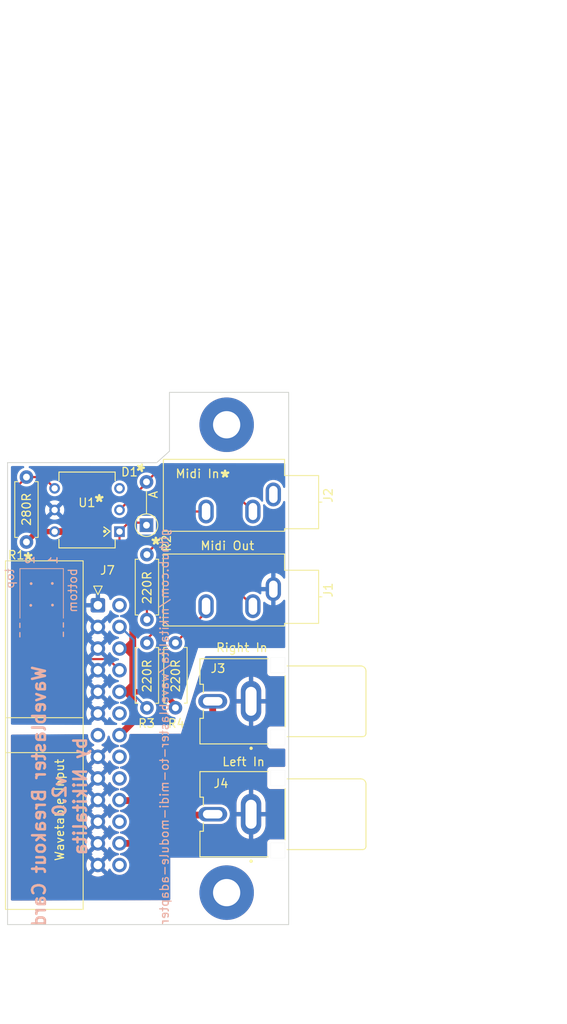
<source format=kicad_pcb>
(kicad_pcb (version 20211014) (generator pcbnew)
  (layers (0 "F.Cu" signal) (31 "B.Cu" signal) (36 "B.SilkS" user "B.Silkscreen") (37 "F.SilkS" user "F.Silkscreen") (38 "B.Mask" user) (39 "F.Mask" user) (44 "Edge.Cuts" user))
  (net 0 "")
  (net 1 "+5V")
  (net 2 "-12V")
  (net 3 "+12V")
  (net 4 "~{RESET}")
  (net 5 "WT_RX")
  (net 6 "WT_TX")
  (net 7 "Net-(J1-PadR)")
  (net 8 "Net-(J1-PadT)")
  (net 9 "GNDA")
  (net 10 "Net-(D1-Pad1)")
  (net 12 "WT_AUDIO_L_IN")
  (net 13 "WT_AUDIO_L_OUT")
  (net 14 "WT_AUDIO_R_OUT")
  (net 15 "WT_AUDIO_R_IN")
  (net 16 "Net-(D1-Pad2)")
  (net 18 "GND")
  (net 19 "Net-(J2-PadR)")
  (footprint "Library:IDC-Header_2x13_P2.54mm_Horizontal-reversed" (layer "F.Cu") (at 167.59 80.08)
    (fp_text reference "J7" (at 1.13 -4.1) (layer "F.SilkS"))
    (fp_text value "Wavetable Input" (at -4.49 24.02 90) (layer "F.SilkS"))
    (fp_line (start 0.01 -1.25) (end -0.49 -2.25) (layer "F.SilkS") (width 0.12))
    (fp_line (start -1.73 35.69) (end -1.73 -5.21) (layer "F.SilkS") (width 0.12))
    (fp_line (start -10.85 35.69) (end -1.73 35.69) (layer "F.SilkS") (width 0.12))
    (fp_line (start 0.51 -2.25) (end 0.01 -1.25) (layer "F.SilkS") (width 0.12))
    (fp_line (start -1.73 -5.21) (end -10.85 -5.21) (layer "F.SilkS") (width 0.12))
    (fp_line (start -1.73 17.29) (end -10.85 17.29) (layer "F.SilkS") (width 0.12))
    (fp_line (start -1.73 13.19) (end -10.85 13.19) (layer "F.SilkS") (width 0.12))
    (fp_line (start -10.85 -5.21) (end -10.85 35.69) (layer "F.SilkS") (width 0.12))
    (fp_line (start -0.49 -2.25) (end 0.51 -2.25) (layer "F.SilkS") (width 0.12))
    (pad "1" thru_hole roundrect (at 0 0) (size 1.7 1.7) (drill 1) (layers *.Cu *.Mask) (roundrect_rratio 0.1470588235) (net 18 "GND"))
    (pad "2" thru_hole circle (at 2.54 0) (size 1.7 1.7) (drill 1) (layers *.Cu *.Mask))
    (pad "3" thru_hole circle (at 0 2.54) (size 1.7 1.7) (drill 1) (layers *.Cu *.Mask) (net 18 "GND"))
    (pad "4" thru_hole circle (at 2.54 2.54) (size 1.7 1.7) (drill 1) (layers *.Cu *.Mask) (net 6 "WT_TX"))
    (pad "5" thru_hole circle (at 0 5.08) (size 1.7 1.7) (drill 1) (layers *.Cu *.Mask) (net 18 "GND"))
    (pad "6" thru_hole circle (at 2.54 5.08) (size 1.7 1.7) (drill 1) (layers *.Cu *.Mask) (net 1 "+5V"))
    (pad "7" thru_hole circle (at 0 7.62) (size 1.7 1.7) (drill 1) (layers *.Cu *.Mask) (net 18 "GND"))
    (pad "8" thru_hole circle (at 2.54 7.62) (size 1.7 1.7) (drill 1) (layers *.Cu *.Mask) (net 5 "WT_RX"))
    (pad "9" thru_hole circle (at 0 10.16) (size 1.7 1.7) (drill 1) (layers *.Cu *.Mask) (net 18 "GND"))
    (pad "10" thru_hole circle (at 2.54 10.16) (size 1.7 1.7) (drill 1) (layers *.Cu *.Mask) (net 1 "+5V"))
    (pad "11" thru_hole circle (at 0 12.7) (size 1.7 1.7) (drill 1) (layers *.Cu *.Mask) (net 18 "GND"))
    (pad "12" thru_hole circle (at 2.54 12.7) (size 1.7 1.7) (drill 1) (layers *.Cu *.Mask) (net 15 "WT_AUDIO_R_IN"))
    (pad "13" thru_hole circle (at 0 15.24) (size 1.7 1.7) (drill 1) (layers *.Cu *.Mask))
    (pad "14" thru_hole circle (at 2.54 15.24) (size 1.7 1.7) (drill 1) (layers *.Cu *.Mask) (net 1 "+5V"))
    (pad "15" thru_hole circle (at 0 17.78) (size 1.7 1.7) (drill 1) (layers *.Cu *.Mask) (net 9 "GNDA"))
    (pad "16" thru_hole circle (at 2.54 17.78) (size 1.7 1.7) (drill 1) (layers *.Cu *.Mask) (net 12 "WT_AUDIO_L_IN"))
    (pad "17" thru_hole circle (at 0 20.32) (size 1.7 1.7) (drill 1) (layers *.Cu *.Mask) (net 9 "GNDA"))
    (pad "18" thru_hole circle (at 2.54 20.32) (size 1.7 1.7) (drill 1) (layers *.Cu *.Mask) (net 3 "+12V"))
    (pad "19" thru_hole circle (at 0 22.86) (size 1.7 1.7) (drill 1) (layers *.Cu *.Mask) (net 9 "GNDA"))
    (pad "20" thru_hole circle (at 2.54 22.86) (size 1.7 1.7) (drill 1) (layers *.Cu *.Mask) (net 14 "WT_AUDIO_R_OUT"))
    (pad "21" thru_hole circle (at 0 25.4) (size 1.7 1.7) (drill 1) (layers *.Cu *.Mask) (net 9 "GNDA"))
    (pad "22" thru_hole circle (at 2.54 25.4) (size 1.7 1.7) (drill 1) (layers *.Cu *.Mask) (net 2 "-12V"))
    (pad "23" thru_hole circle (at 0 27.94) (size 1.7 1.7) (drill 1) (layers *.Cu *.Mask) (net 9 "GNDA"))
    (pad "24" thru_hole circle (at 2.54 27.94) (size 1.7 1.7) (drill 1) (layers *.Cu *.Mask) (net 13 "WT_AUDIO_L_OUT"))
    (pad "25" thru_hole circle (at 0 30.48) (size 1.7 1.7) (drill 1) (layers *.Cu *.Mask) (net 9 "GNDA"))
    (pad "26" thru_hole circle (at 2.54 30.48) (size 1.7 1.7) (drill 1) (layers *.Cu *.Mask) (net 4 "~{RESET}"))
  )
  (footprint "Library:bracket footprint" (layer "F.Cu") (at 182.716 58.9)
    (fp_text reference "H1" hide)
    (fp_text value "Bracket_Mount")
    (pad "1" thru_hole circle (at 0 0) (size 6.4 6.4) (drill 3.2) (layers *.Cu *.Mask))
    (pad "2" thru_hole circle (at 0 54.9) (size 6.4 6.4) (drill 3.2) (layers *.Cu *.Mask))
  )
  (footprint "Library:Jack_3.5mm_CUI_SJ1-3533NG_Horizontal" (layer "F.Cu") (at 188.2 78.19 -90)
    (fp_text reference "J1" (at 0.1 -6.45 90) (layer "F.SilkS"))
    (fp_text value "Midi Out" (at -5.09 5.4) (layer "F.SilkS"))
    (fp_line (start 4.02 -1.32) (end 4.32 -1.32) (layer "F.SilkS") (width 0.12))
    (fp_line (start -4.12 -1.32) (end -2.22 -1.32) (layer "F.SilkS") (width 0.12))
    (fp_line (start -4.12 12.92) (end -4.12 -1.32) (layer "F.SilkS") (width 0.12))
    (fp_line (start 4.32 12.92) (end -4.12 12.92) (layer "F.SilkS") (width 0.12))
    (fp_line (start -2.22 -1.32) (end -2.22 -5.32) (layer "F.SilkS") (width 0.12))
    (fp_line (start 0.9 -5.32) (end 0.9 -5.7) (layer "F.SilkS") (width 0.12))
    (fp_line (start 4.32 -1.32) (end 4.32 12.92) (layer "F.SilkS") (width 0.12))
    (fp_line (start -2.22 -5.32) (end 4.02 -5.32) (layer "F.SilkS") (width 0.12))
    (fp_line (start 4.02 -5.32) (end 4.02 -1.32) (layer "F.SilkS") (width 0.12))
    (pad "R" thru_hole oval (at 2 7.9 270) (size 2.8 1.8) (drill oval 2 1) (layers *.Cu *.Mask) (net 7 "Net-(J1-PadR)"))
    (pad "S" thru_hole oval (at 0 0 270) (size 2.8 1.8) (drill oval 2 1) (layers *.Cu *.Mask) (net 18 "GND"))
    (pad "T" thru_hole oval (at 2 2.4 270) (size 2.8 1.8) (drill oval 2 1) (layers *.Cu *.Mask) (net 8 "Net-(J1-PadT)"))
  )
  (footprint "Resistor_THT:R_Axial_DIN0207_L6.3mm_D2.5mm_P7.62mm_Horizontal" (layer "F.Cu") (at 176.7 92.11 90)
    (fp_text reference "R4" (at -1.84 0.1 180) (layer "F.SilkS"))
    (fp_text value "220R" (at 3.74 0.02 90) (layer "F.SilkS"))
    (fp_line (start 0.54 1.04) (end 0.54 1.37) (layer "F.SilkS") (width 0.12))
    (fp_line (start 7.08 1.37) (end 7.08 1.04) (layer "F.SilkS") (width 0.12))
    (fp_line (start 0.54 1.37) (end 7.08 1.37) (layer "F.SilkS") (width 0.12))
    (fp_line (start 0.54 -1.04) (end 0.54 -1.37) (layer "F.SilkS") (width 0.12))
    (fp_line (start 7.08 -1.37) (end 7.08 -1.04) (layer "F.SilkS") (width 0.12))
    (fp_line (start 0.54 -1.37) (end 7.08 -1.37) (layer "F.SilkS") (width 0.12))
    (pad "1" thru_hole circle (at 0 0 90) (size 1.6 1.6) (drill 0.8) (layers *.Cu *.Mask) (net 1 "+5V"))
    (pad "2" thru_hole oval (at 7.62 0 90) (size 1.6 1.6) (drill 0.8) (layers *.Cu *.Mask) (net 7 "Net-(J1-PadR)"))
  )
  (footprint "Library:H11L1M-DIP8" (layer "F.Cu") (at 166.4 68.9 90)
    (fp_text reference "U1" (at 0.85 -0.1) (layer "F.SilkS"))
    (fp_text value "H11L1" hide)
    (fp_line (start -4.45 -3.38) (end -3.45 -3.38) (layer "F.SilkS") (width 0.127))
    (fp_line (start 4.45 3.22) (end 4.45 -3.38) (layer "F.SilkS") (width 0.127))
    (fp_line (start 4.45 -3.38) (end 3.45 -3.38) (layer "F.SilkS") (width 0.127))
    (fp_line (start -3.1 1.9) (end -2.5 2.6) (layer "F.SilkS") (width 0.15))
    (fp_line (start -3.45 3.22) (end -4.45 3.22) (layer "F.SilkS") (width 0.127))
    (fp_line (start -2.5 2.6) (end -2 1.9) (layer "F.SilkS") (width 0.15))
    (fp_line (start 3.45 3.22) (end 4.45 3.22) (layer "F.SilkS") (width 0.127))
    (fp_line (start -4.45 3.22) (end -4.45 -3.38) (layer "F.SilkS") (width 0.127))
    (fp_circle (center -2.51 1.99) (end -2.51 1.89) (layer "F.SilkS") (width 0.2) (fill none))
    (pad "1" thru_hole rect (at -2.54 3.73 180) (size 1.248 1.248) (drill 0.74) (layers *.Cu *.Mask) (net 10 "Net-(D1-Pad1)"))
    (pad "2" thru_hole circle (at 0 3.73 180) (size 1.248 1.248) (drill 0.74) (layers *.Cu *.Mask) (net 16 "Net-(D1-Pad2)"))
    (pad "3" thru_hole circle (at 2.54 3.73 180) (size 1.248 1.248) (drill 0.74) (layers *.Cu *.Mask))
    (pad "4" thru_hole circle (at 2.54 -3.89 180) (size 1.248 1.248) (drill 0.74) (layers *.Cu *.Mask) (net 5 "WT_RX"))
    (pad "5" thru_hole circle (at 0 -3.89 180) (size 1.248 1.248) (drill 0.74) (layers *.Cu *.Mask) (net 18 "GND"))
    (pad "6" thru_hole circle (at -2.54 -3.89 180) (size 1.248 1.248) (drill 0.74) (layers *.Cu *.Mask) (net 1 "+5V"))
  )
  (footprint "Library:CUI_RCJ-04X" (layer "F.Cu") (at 189.58 91.35)
    (fp_text reference "J3" (at -7.88 -3.85) (layer "F.SilkS") (effects (font (size 1.006465 1.006465))))
    (fp_text value "Right In" (at -5.08 -6.3 180) (layer "F.SilkS") (effects (font (size 1.004417 1.004417))))
    (fp_line (start 9.5 -3.54) (end 9.5 3.76) (layer "F.SilkS") (width 0.127))
    (fp_line (start 9.11 4.15) (end 0.25 4.15) (layer "F.SilkS") (width 0.127))
    (fp_line (start -10 5) (end -10 2) (layer "F.SilkS") (width 0.127))
    (fp_line (start -10 -5) (end -2 -5) (layer "F.SilkS") (width 0.127))
    (fp_line (start -9.6 2) (end -9.6 1) (layer "F.SilkS") (width 0.127))
    (fp_line (start -10 5) (end -2 5) (layer "F.SilkS") (width 0.127))
    (fp_line (start -9.6 -2) (end -10 -2) (layer "F.SilkS") (width 0.127))
    (fp_line (start -10 -2) (end -10 -5) (layer "F.SilkS") (width 0.127))
    (fp_line (start 0.25 -4.15) (end 8.89 -4.15) (layer "F.SilkS") (width 0.127))
    (fp_line (start 0 3) (end 0 -3) (layer "F.SilkS") (width 0.127))
    (fp_line (start -10 2) (end -9.6 2) (layer "F.SilkS") (width 0.127))
    (fp_line (start -9.6 -1) (end -9.6 -2) (layer "F.SilkS") (width 0.127))
    (fp_arc (start 8.89 -4.15) (mid 9.321335 -3.971335) (end 9.5 -3.54) (layer "F.SilkS") (width 0.127))
    (fp_arc (start 9.5 3.76) (mid 9.385772 4.035772) (end 9.11 4.15) (layer "F.SilkS") (width 0.127))
    (fp_circle (center -3.99 5.513) (end -3.89 5.513) (layer "F.SilkS") (width 0.2) (fill none))
    (fp_line (start 0 -3.35) (end 0 -5.15) (layer "Edge.Cuts") (width 0.01))
    (fp_line (start 0 5.15) (end 0 3.35) (layer "Edge.Cuts") (width 0.01))
    (fp_line (start 0 -5.15) (end -1.7 -5.15) (layer "Edge.Cuts") (width 0.01))
    (fp_line (start -1.7 -5.15) (end -1.7 -3.35) (layer "Edge.Cuts") (width 0.01))
    (fp_line (start 0 3.35) (end -1.7 3.35) (layer "Edge.Cuts") (width 0.01))
    (fp_line (start -1.7 3.35) (end -1.7 5.15) (layer "Edge.Cuts") (width 0.01))
    (fp_line (start -1.7 -3.35) (end 0 -3.35) (layer "Edge.Cuts") (width 0.01))
    (fp_line (start -1.7 5.15) (end 0 5.15) (layer "Edge.Cuts") (width 0.01))
    (pad "1" thru_hole oval (at -4 0) (size 2.4 4.8) (drill oval 1.3 3.4) (layers *.Cu *.Mask) (net 9 "GNDA"))
    (pad "2" thru_hole oval (at -8.5 0) (size 3.4 1.7) (drill oval 2.3 1) (layers *.Cu *.Mask) (net 14 "WT_AUDIO_R_OUT"))
  )
  (footprint "Resistor_THT:R_Axial_DIN0207_L6.3mm_D2.5mm_P7.62mm_Horizontal" (layer "F.Cu") (at 173.35 92.12 90)
    (fp_text reference "R3" (at -1.82 -0.04) (layer "F.SilkS"))
    (fp_text value "220R" (at 3.74 0.02 90) (layer "F.SilkS"))
    (fp_line (start 0.54 1.04) (end 0.54 1.37) (layer "F.SilkS") (width 0.12))
    (fp_line (start 7.08 1.37) (end 7.08 1.04) (layer "F.SilkS") (width 0.12))
    (fp_line (start 0.54 -1.04) (end 0.54 -1.37) (layer "F.SilkS") (width 0.12))
    (fp_line (start 0.54 -1.37) (end 7.08 -1.37) (layer "F.SilkS") (width 0.12))
    (fp_line (start 0.54 1.37) (end 7.08 1.37) (layer "F.SilkS") (width 0.12))
    (fp_line (start 7.08 -1.37) (end 7.08 -1.04) (layer "F.SilkS") (width 0.12))
    (pad "1" thru_hole circle (at 0 0 90) (size 1.6 1.6) (drill 0.8) (layers *.Cu *.Mask) (net 6 "WT_TX"))
    (pad "2" thru_hole oval (at 7.62 0 90) (size 1.6 1.6) (drill 0.8) (layers *.Cu *.Mask) (net 8 "Net-(J1-PadT)"))
  )
  (footprint "Diode_THT:D_DO-35_SOD27_P5.08mm_Vertical_AnodeUp" (layer "F.Cu") (at 173.3 70.684315 90)
    (fp_text reference "D1" (at 6.234315 -2 180) (layer "F.SilkS"))
    (fp_text value "1N4148")
    (fp_text user "A" (at 3.58 0.8 90) (layer "F.SilkS"))
    (fp_line (start 1.326371 0) (end 3.98 0) (layer "F.SilkS") (width 0.12))
    (fp_circle (center 0 0) (end 1.326371 0) (layer "F.SilkS") (width 0.12) (fill none))
    (pad "1" thru_hole rect (at 0 0 90) (size 1.6 1.6) (drill 0.8) (layers *.Cu *.Mask) (net 10 "Net-(D1-Pad1)"))
    (pad "2" thru_hole oval (at 5.08 0 90) (size 1.6 1.6) (drill 0.8) (layers *.Cu *.Mask) (net 16 "Net-(D1-Pad2)"))
  )
  (footprint "Library:Jack_3.5mm_CUI_SJ1-3533NG_Horizontal" (layer "F.Cu") (at 188.2 67.08 -90)
    (fp_text reference "J2" (at 0.1 -6.45 90) (layer "F.SilkS"))
    (fp_text value "Midi In" (at -2.43 8.9) (layer "F.SilkS"))
    (fp_line (start 4.32 -1.32) (end 4.32 12.92) (layer "F.SilkS") (width 0.12))
    (fp_line (start -2.22 -1.32) (end -2.22 -5.32) (layer "F.SilkS") (width 0.12))
    (fp_line (start 4.02 -5.32) (end 4.02 -1.32) (layer "F.SilkS") (width 0.12))
    (fp_line (start 0.9 -5.32) (end 0.9 -5.7) (layer "F.SilkS") (width 0.12))
    (fp_line (start 4.32 12.92) (end -4.12 12.92) (layer "F.SilkS") (width 0.12))
    (fp_line (start 4.02 -1.32) (end 4.32 -1.32) (layer "F.SilkS") (width 0.12))
    (fp_line (start -4.12 -1.32) (end -2.22 -1.32) (layer "F.SilkS") (width 0.12))
    (fp_line (start -2.22 -5.32) (end 4.02 -5.32) (layer "F.SilkS") (width 0.12))
    (fp_line (start -4.12 12.92) (end -4.12 -1.32) (layer "F.SilkS") (width 0.12))
    (pad "R" thru_hole oval (at 2 7.9 270) (size 2.8 1.8) (drill oval 2 1) (layers *.Cu *.Mask) (net 19 "Net-(J2-PadR)"))
    (pad "S" thru_hole oval (at 0 0 270) (size 2.8 1.8) (drill oval 2 1) (layers *.Cu *.Mask))
    (pad "T" thru_hole oval (at 2 2.4 270) (size 2.8 1.8) (drill oval 2 1) (layers *.Cu *.Mask) (net 16 "Net-(D1-Pad2)"))
  )
  (footprint "Library:CUI_RCJ-043" (layer "F.Cu") (at 189.58 104.6)
    (fp_text reference "J4" (at -7.53 -3.6) (layer "F.SilkS") (effects (font (size 1.006465 1.006465))))
    (fp_text value "Left In" (at -4.88 -6.15 180) (layer "F.SilkS") (effects (font (size 1.004417 1.004417))))
    (fp_line (start 9.5 -3.54) (end 9.5 3.76) (layer "F.SilkS") (width 0.127))
    (fp_line (start -10 5) (end -10 2) (layer "F.SilkS") (width 0.127))
    (fp_line (start -10 -2) (end -10 -5) (layer "F.SilkS") (width 0.127))
    (fp_line (start -9.6 -1) (end -9.6 -2) (layer "F.SilkS") (width 0.127))
    (fp_line (start -9.6 -2) (end -10 -2) (layer "F.SilkS") (width 0.127))
    (fp_line (start 9.11 4.15) (end 0.25 4.15) (layer "F.SilkS") (width 0.127))
    (fp_line (start 0.25 -4.15) (end 8.89 -4.15) (layer "F.SilkS") (width 0.127))
    (fp_line (start -10 2) (end -9.6 2) (layer "F.SilkS") (width 0.127))
    (fp_line (start 0 3) (end 0 -3) (layer "F.SilkS") (width 0.127))
    (fp_line (start -10 5) (end -2 5) (layer "F.SilkS") (width 0.127))
    (fp_line (start -9.6 2) (end -9.6 1) (layer "F.SilkS") (width 0.127))
    (fp_line (start -10 -5) (end -2 -5) (layer "F.SilkS") (width 0.127))
    (fp_arc (start 8.89 -4.15) (mid 9.321335 -3.971335) (end 9.5 -3.54) (layer "F.SilkS") (width 0.127))
    (fp_arc (start 9.5 3.76) (mid 9.385772 4.035772) (end 9.11 4.15) (layer "F.SilkS") (width 0.127))
    (fp_circle (center -3.99 5.513) (end -3.89 5.513) (layer "F.SilkS") (width 0.2) (fill none))
    (fp_line (start 0 -5.15) (end -1.7 -5.15) (layer "Edge.Cuts") (width 0.01))
    (fp_line (start -1.7 -3.35) (end 0 -3.35) (layer "Edge.Cuts") (width 0.01))
    (fp_line (start -1.7 -5.15) (end -1.7 -3.35) (layer "Edge.Cuts") (width 0.01))
    (fp_line (start -1.7 3.35) (end -1.7 5.15) (layer "Edge.Cuts") (width 0.01))
    (fp_line (start 0 3.35) (end -1.7 3.35) (layer "Edge.Cuts") (width 0.01))
    (fp_line (start 0 -3.35) (end 0 -5.15) (layer "Edge.Cuts") (width 0.01))
    (fp_line (start -1.7 5.15) (end 0 5.15) (layer "Edge.Cuts") (width 0.01))
    (fp_line (start 0 5.15) (end 0 3.35) (layer "Edge.Cuts") (width 0.01))
    (pad "1" thru_hole oval (at -4 0) (size 2.4 4.8) (drill oval 1.3 3.4) (layers *.Cu *.Mask) (net 9 "GNDA"))
    (pad "2" thru_hole oval (at -8.5 0) (size 3.4 1.7) (drill oval 2.3 1) (layers *.Cu *.Mask) (net 13 "WT_AUDIO_L_OUT"))
  )
  (footprint "Resistor_THT:R_Axial_DIN0207_L6.3mm_D2.5mm_P7.62mm_Horizontal" (layer "F.Cu") (at 173.35 81.76 90)
    (fp_text reference "R2" (at 8.96 2.3 90) (layer "F.SilkS"))
    (fp_text value "220R" (at 3.74 0.02 90) (layer "F.SilkS"))
    (fp_line (start 0.54 -1.37) (end 7.08 -1.37) (layer "F.SilkS") (width 0.12))
    (fp_line (start 0.54 1.04) (end 0.54 1.37) (layer "F.SilkS") (width 0.12))
    (fp_line (start 0.54 1.37) (end 7.08 1.37) (layer "F.SilkS") (width 0.12))
    (fp_line (start 7.08 -1.37) (end 7.08 -1.04) (layer "F.SilkS") (width 0.12))
    (fp_line (start 0.54 -1.04) (end 0.54 -1.37) (layer "F.SilkS") (width 0.12))
    (fp_line (start 7.08 1.37) (end 7.08 1.04) (layer "F.SilkS") (width 0.12))
    (pad "1" thru_hole circle (at 0 0 90) (size 1.6 1.6) (drill 0.8) (layers *.Cu *.Mask) (net 10 "Net-(D1-Pad1)"))
    (pad "2" thru_hole oval (at 7.62 0 90) (size 1.6 1.6) (drill 0.8) (layers *.Cu *.Mask) (net 19 "Net-(J2-PadR)"))
  )
  (footprint "Resistor_THT:R_Axial_DIN0207_L6.3mm_D2.5mm_P7.62mm_Horizontal" (layer "F.Cu") (at 159.2 72.66 90)
    (fp_text reference "R1" (at -1.54 -1.2) (layer "F.SilkS"))
    (fp_text value "280R" (at 3.83 0.01 90) (layer "F.SilkS"))
    (fp_line (start 7.08 -1.37) (end 7.08 -1.04) (layer "F.SilkS") (width 0.12))
    (fp_line (start 0.54 1.37) (end 7.08 1.37) (layer "F.SilkS") (width 0.12))
    (fp_line (start 0.54 1.04) (end 0.54 1.37) (layer "F.SilkS") (width 0.12))
    (fp_line (start 7.08 1.37) (end 7.08 1.04) (layer "F.SilkS") (width 0.12))
    (fp_line (start 0.54 -1.04) (end 0.54 -1.37) (layer "F.SilkS") (width 0.12))
    (fp_line (start 0.54 -1.37) (end 7.08 -1.37) (layer "F.SilkS") (width 0.12))
    (pad "1" thru_hole circle (at 0 0 90) (size 1.6 1.6) (drill 0.8) (layers *.Cu *.Mask) (net 1 "+5V"))
    (pad "2" thru_hole oval (at 7.62 0 90) (size 1.6 1.6) (drill 0.8) (layers *.Cu *.Mask) (net 5 "WT_RX"))
  )
  (gr_circle (center 159.71 80.09) (end 159.62 80.09) (layer "B.SilkS") (width 0.15) (fill none))
  (gr_circle (center 162.24 77.52) (end 162.15 77.52) (layer "B.SilkS") (width 0.15) (fill none))
  (gr_line (start 163.54 83.24) (end 163.54 83.74) (layer "B.SilkS") (width 0.15))
  (gr_circle (center 159.75 77.54) (end 159.66 77.54) (layer "B.SilkS") (width 0.15) (fill none))
  (gr_circle (center 162.26 80.06) (end 162.17 80.06) (layer "B.SilkS") (width 0.15) (fill none))
  (gr_line (start 158.44 75.78) (end 158.44 81.59) (layer "B.SilkS") (width 0.1))
  (gr_line (start 163.54 81.59) (end 163.54 75.78) (layer "B.SilkS") (width 0.1))
  (gr_line (start 158.43 82.19) (end 158.43 82.69) (layer "B.SilkS") (width 0.15))
  (gr_line (start 163.54 82.14) (end 163.54 82.64) (layer "B.SilkS") (width 0.15))
  (gr_line (start 158.43 83.29) (end 158.43 83.79) (layer "B.SilkS") (width 0.15))
  (gr_line (start 163.54 75.78) (end 158.44 75.78) (layer "B.SilkS") (width 0.1))
  (gr_line (start 190 117.55) (end 190 55.1) (layer "Edge.Cuts") (width 0.1))
  (gr_line (start 174.5 63.35) (end 156.98 63.34) (layer "Edge.Cuts") (width 0.1))
  (gr_line (start 156.98 63.34) (end 156.98 117.55) (layer "Edge.Cuts") (width 0.1))
  (gr_line (start 176 55.1) (end 176 62) (layer "Edge.Cuts") (width 0.1))
  (gr_line (start 190 55.1) (end 176 55.1) (layer "Edge.Cuts") (width 0.1))
  (gr_line (start 176 62) (end 174.5 63.35) (layer "Edge.Cuts") (width 0.1))
  (gr_line (start 190 117.55) (end 156.98 117.55) (layer "Edge.Cuts") (width 0.1))
  (gr_text "Waveblaster Breakout Card\nv2.0\nby Nikitalita" (at 163.1 102.5 90) (layer "B.SilkS") (effects (font (size 1.5 1.5) (thickness 0.3)) (justify mirror)))
  (gr_text "2" (at 159.63 74.79 90) (layer "B.SilkS") (effects (font (size 1 1)) (justify mirror)))
  (gr_text "top" (at 157.24 76.94 90) (layer "B.SilkS") (effects (font (size 1 1)) (justify mirror)))
  (gr_text "github.com/nikitalita/waveblaster-to-midi-module-adapter" (at 175.4 94.3 90) (layer "B.SilkS") (effects (font (size 1 1)) (justify mirror)))
  (gr_text "bottom" (at 164.64 78.34 90) (layer "B.SilkS") (effects (font (size 1 1)) (justify mirror)))
  (gr_text "1" (at 162.33 74.79 90) (layer "B.SilkS") (effects (font (size 1 1)) (justify mirror)))
  (gr_text "*" (at 174.4 73) (layer "F.SilkS") (effects (font (size 1.5 1.5) (thickness 0.3))))
  (gr_text "*" (at 172.15 63.95 270) (layer "F.SilkS") (effects (font (size 1.5 1.5) (thickness 0.3))))
  (gr_text "*" (at 182.53 65.13) (layer "F.SilkS") (effects (font (size 1.5 1.5) (thickness 0.3))))
  (gr_text "*" (at 159.4 74.8) (layer "F.SilkS") (effects (font (size 1.5 1.5) (thickness 0.3))))
  (gr_text "*" (at 167.75 68) (layer "F.SilkS") (effects (font (size 1.5 1.5) (thickness 0.3))))
  (segment (start 165.04 71.44) (end 171.65 78.05) (width 0.8) (layer "F.Cu") (net 1))
  (segment (start 170.81 85.17) (end 171.47 85.83) (width 0.635) (layer "F.Cu") (net 1))
  (segment (start 170.13 90.24) (end 175.14 90.24) (width 0.635) (layer "F.Cu") (net 1))
  (segment (start 162.51 71.44) (end 160.42 71.44) (width 0.635) (layer "F.Cu") (net 1))
  (segment (start 160.42 71.44) (end 159.2 72.66) (width 0.635) (layer "F.Cu") (net 1))
  (segment (start 175.14 90.24) (end 176.9 92) (width 0.635) (layer "F.Cu") (net 1))
  (segment (start 171.69 78.07) (end 171.69 85.15) (width 0.8) (layer "F.Cu") (net 1))
  (segment (start 170.13 85.18) (end 171.69 85.18) (width 0.635) (layer "F.Cu") (net 1))
  (segment (start 176.9 92) (end 176.9 92.11) (width 0.635) (layer "F.Cu") (net 1))
  (segment (start 170.80007 90.24) (end 171.46007 90.9) (width 0.635) (layer "F.Cu") (net 1))
  (segment (start 170.83 90.24) (end 170.13 90.24) (width 0.635) (layer "F.Cu") (net 1))
  (segment (start 170.12007 90.25) (end 171.68007 90.25) (width 0.635) (layer "F.Cu") (net 1))
  (segment (start 171.845 91.255) (end 170.83 90.24) (width 0.635) (layer "F.Cu") (net 1))
  (segment (start 170.86 85.08) (end 171.52 84.42) (width 0.635) (layer "F.Cu") (net 1))
  (segment (start 171.69 93.78) (end 171.69 85.18) (width 0.8) (layer "F.Cu") (net 1))
  (segment (start 171.65 78.05) (end 171.7 78.05) (width 0.8) (layer "F.Cu") (net 1))
  (segment (start 162.51 71.44) (end 165.04 71.44) (width 0.8) (layer "F.Cu") (net 1))
  (segment (start 170.85007 90.15) (end 171.51007 89.49) (width 0.635) (layer "F.Cu") (net 1))
  (segment (start 170.13 95.34) (end 171.69 93.78) (width 0.8) (layer "F.Cu") (net 1))
  (segment (start 171.69 85.15) (end 171.66 85.18) (width 0.635) (layer "F.Cu") (net 1))
  (segment (start 159.2 65.04) (end 161.19 65.04) (width 0.254) (layer "F.Cu") (net 5))
  (segment (start 166.6 86.4) (end 157.55 77.35) (width 0.254) (layer "F.Cu") (net 5))
  (segment (start 170.13 87.7) (end 168.83 86.4) (width 0.254) (layer "F.Cu") (net 5))
  (segment (start 157.55 66.69) (end 159.2 65.04) (width 0.254) (layer "F.Cu") (net 5))
  (segment (start 161.19 65.04) (end 162.51 66.36) (width 0.254) (layer "F.Cu") (net 5))
  (segment (start 157.55 77.35) (end 157.55 66.69) (width 0.254) (layer "F.Cu") (net 5))
  (segment (start 168.83 86.4) (end 166.6 86.4) (width 0.254) (layer "F.Cu") (net 5))
  (segment (start 171.8 84.15) (end 171.8 90.57) (width 0.254) (layer "B.Cu") (net 6))
  (segment (start 171.8 90.57) (end 173.35 92.12) (width 0.254) (layer "B.Cu") (net 6))
  (segment (start 170.27 82.62) (end 171.8 84.15) (width 0.254) (layer "B.Cu") (net 6))
  (segment (start 170.13 82.62) (end 170.27 82.62) (width 0.254) (layer "B.Cu") (net 6))
  (segment (start 176.7 84.49) (end 180.3 80.89) (width 0.254) (layer "F.Cu") (net 7))
  (segment (start 180.3 80.89) (end 180.3 80.69) (width 0.254) (layer "F.Cu") (net 7))
  (segment (start 173.35 84.05) (end 179.4 78) (width 0.254) (layer "F.Cu") (net 8))
  (segment (start 173.35 84.5) (end 173.35 84.05) (width 0.254) (layer "F.Cu") (net 8))
  (segment (start 183.61 78) (end 185.8 80.19) (width 0.254) (layer "F.Cu") (net 8))
  (segment (start 179.4 78) (end 183.61 78) (width 0.254) (layer "F.Cu") (net 8))
  (segment (start 171.18 70.39) (end 173.005685 70.39) (width 0.254) (layer "F.Cu") (net 10))
  (segment (start 170.13 71.44) (end 171.18 70.39) (width 0.254) (layer "F.Cu") (net 10))
  (segment (start 173.35 81.76) (end 173.35 77.2) (width 0.254) (layer "F.Cu") (net 10))
  (segment (start 173.35 77.2) (end 170.13 73.98) (width 0.254) (layer "F.Cu") (net 10))
  (segment (start 170.13 73.98) (end 170.13 71.44) (width 0.254) (layer "F.Cu") (net 10))
  (segment (start 177.3 104.7) (end 173.98 108.02) (width 0.8) (layer "F.Cu") (net 13))
  (segment (start 173.98 108.02) (end 170.13 108.02) (width 0.8) (layer "F.Cu") (net 13))
  (segment (start 181.08 104.7) (end 177.3 104.7) (width 0.8) (layer "F.Cu") (net 13))
  (segment (start 170.19 103) (end 170.13 102.94) (width 0.8) (layer "F.Cu") (net 14))
  (segment (start 181.08 94.62) (end 172.7 103) (width 0.8) (layer "F.Cu") (net 14))
  (segment (start 172.7 103) (end 170.19 103) (width 0.8) (layer "F.Cu") (net 14))
  (segment (start 181.08 91.35) (end 181.08 94.62) (width 0.8) (layer "F.Cu") (net 14))
  (segment (start 174.3 64.604315) (end 173.3 65.604315) (width 0.254) (layer "F.Cu") (net 16))
  (segment (start 170.13 68.9) (end 173.3 65.73) (width 0.254) (layer "F.Cu") (net 16))
  (segment (start 185.8 69.08) (end 181.324315 64.604315) (width 0.254) (layer "F.Cu") (net 16))
  (segment (start 173.3 65.73) (end 173.3 65.604315) (width 0.254) (layer "F.Cu") (net 16))
  (segment (start 181.324315 64.604315) (end 174.3 64.604315) (width 0.254) (layer "F.Cu") (net 16))
  (segment (start 178.26 69.08) (end 180.3 69.08) (width 0.254) (layer "F.Cu") (net 19))
  (segment (start 173.35 73.99) (end 178.26 69.08) (width 0.254) (layer "F.Cu") (net 19))
  (zone (net 9) (net_name "GNDA") (layers F&B.Cu) (connect_pads (clearance 0.3048)) (min_thickness 0.254) (fill yes (thermal_gap 0.508) (thermal_bridge_width 0.508))
    (polygon (pts (xy 177.35 95.15) (xy 180.198047 86.050207) (xy 190.027874 86.029991) (xy 189.900002 109.7) (xy 176.097274 109.699944) (xy 176.099459 114.688519) (xy 156.094431 114.737267) (xy 156.859891 95.260611)))
  )
  (zone (net 18) (net_name "GND") (layer "B.Cu") (connect_pads (clearance 0.3048)) (min_thickness 0.254) (fill yes (thermal_gap 0.508) (thermal_bridge_width 0.508))
    (polygon (pts (xy 190.010895 85.10649) (xy 179.372933 85.095341) (xy 176.45 94.15) (xy 156.699774 94.094076) (xy 156.648967 63.38514) (xy 189.878614 63.414961)))
  )
)
</source>
